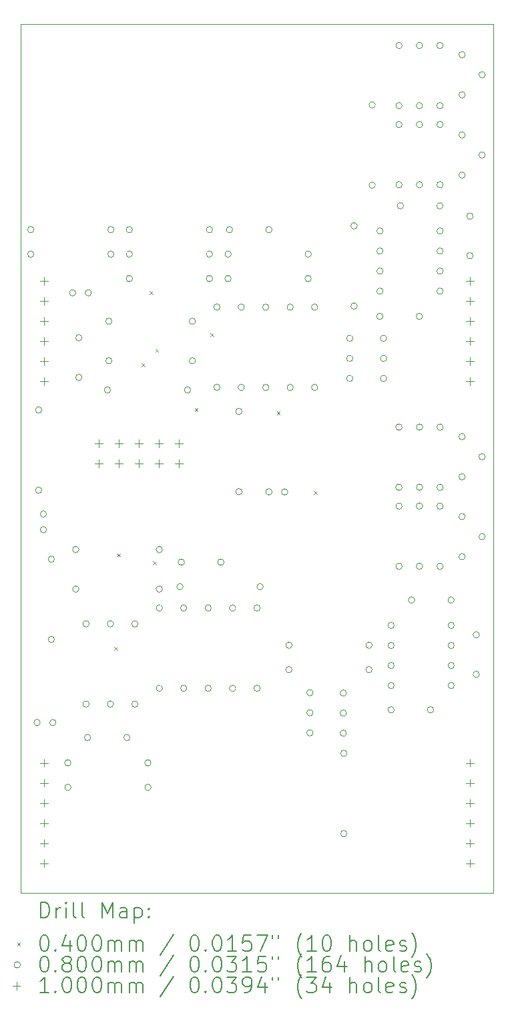
<source format=gbr>
%TF.GenerationSoftware,KiCad,Pcbnew,6.0.10+dfsg-1~bpo11+1*%
%TF.CreationDate,Date%
%TF.ProjectId,MS20-VCF,4d533230-2d56-4434-962e-6b696361645f,rev?*%
%TF.SameCoordinates,Original*%
%TF.FileFunction,Drillmap*%
%TF.FilePolarity,Positive*%
%FSLAX45Y45*%
G04 Gerber Fmt 4.5, Leading zero omitted, Abs format (unit mm)*
G04 Created by KiCad*
%MOMM*%
%LPD*%
G01*
G04 APERTURE LIST*
%ADD10C,0.050000*%
%ADD11C,0.200000*%
%ADD12C,0.040000*%
%ADD13C,0.080000*%
%ADD14C,0.100000*%
G04 APERTURE END LIST*
D10*
X9000000Y-3650000D02*
X9000000Y-14650000D01*
X3000000Y-3650000D02*
X9000000Y-3650000D01*
X3000000Y-3650000D02*
X3000000Y-14650000D01*
X3000000Y-14650000D02*
X9000000Y-14650000D01*
D11*
D12*
X4190000Y-11530000D02*
X4230000Y-11570000D01*
X4230000Y-11530000D02*
X4190000Y-11570000D01*
X4220000Y-10350000D02*
X4260000Y-10390000D01*
X4260000Y-10350000D02*
X4220000Y-10390000D01*
X4534027Y-7941703D02*
X4574027Y-7981703D01*
X4574027Y-7941703D02*
X4534027Y-7981703D01*
X4640000Y-7030000D02*
X4680000Y-7070000D01*
X4680000Y-7030000D02*
X4640000Y-7070000D01*
X4680000Y-10450000D02*
X4720000Y-10490000D01*
X4720000Y-10450000D02*
X4680000Y-10490000D01*
X4710000Y-7760000D02*
X4750000Y-7800000D01*
X4750000Y-7760000D02*
X4710000Y-7800000D01*
X5210000Y-8510000D02*
X5250000Y-8550000D01*
X5250000Y-8510000D02*
X5210000Y-8550000D01*
X5410000Y-7560000D02*
X5450000Y-7600000D01*
X5450000Y-7560000D02*
X5410000Y-7600000D01*
X6250000Y-8550000D02*
X6290000Y-8590000D01*
X6290000Y-8550000D02*
X6250000Y-8590000D01*
X6720000Y-9560000D02*
X6760000Y-9600000D01*
X6760000Y-9560000D02*
X6720000Y-9600000D01*
D13*
X3170000Y-6250000D02*
G75*
G03*
X3170000Y-6250000I-40000J0D01*
G01*
X3170000Y-6560000D02*
G75*
G03*
X3170000Y-6560000I-40000J0D01*
G01*
X3250000Y-12490000D02*
G75*
G03*
X3250000Y-12490000I-40000J0D01*
G01*
X3270000Y-8532000D02*
G75*
G03*
X3270000Y-8532000I-40000J0D01*
G01*
X3270000Y-9548000D02*
G75*
G03*
X3270000Y-9548000I-40000J0D01*
G01*
X3330000Y-9850000D02*
G75*
G03*
X3330000Y-9850000I-40000J0D01*
G01*
X3330000Y-10050000D02*
G75*
G03*
X3330000Y-10050000I-40000J0D01*
G01*
X3430000Y-10422000D02*
G75*
G03*
X3430000Y-10422000I-40000J0D01*
G01*
X3430000Y-11438000D02*
G75*
G03*
X3430000Y-11438000I-40000J0D01*
G01*
X3450000Y-12490000D02*
G75*
G03*
X3450000Y-12490000I-40000J0D01*
G01*
X3640000Y-13000000D02*
G75*
G03*
X3640000Y-13000000I-40000J0D01*
G01*
X3640000Y-13310000D02*
G75*
G03*
X3640000Y-13310000I-40000J0D01*
G01*
X3700000Y-7050000D02*
G75*
G03*
X3700000Y-7050000I-40000J0D01*
G01*
X3740000Y-10300000D02*
G75*
G03*
X3740000Y-10300000I-40000J0D01*
G01*
X3740000Y-10800000D02*
G75*
G03*
X3740000Y-10800000I-40000J0D01*
G01*
X3780000Y-7620000D02*
G75*
G03*
X3780000Y-7620000I-40000J0D01*
G01*
X3780000Y-8120000D02*
G75*
G03*
X3780000Y-8120000I-40000J0D01*
G01*
X3870000Y-11240000D02*
G75*
G03*
X3870000Y-11240000I-40000J0D01*
G01*
X3870000Y-12256000D02*
G75*
G03*
X3870000Y-12256000I-40000J0D01*
G01*
X3890000Y-12680000D02*
G75*
G03*
X3890000Y-12680000I-40000J0D01*
G01*
X3900000Y-7050000D02*
G75*
G03*
X3900000Y-7050000I-40000J0D01*
G01*
X4142000Y-8280000D02*
G75*
G03*
X4142000Y-8280000I-40000J0D01*
G01*
X4160000Y-7410000D02*
G75*
G03*
X4160000Y-7410000I-40000J0D01*
G01*
X4160000Y-7910000D02*
G75*
G03*
X4160000Y-7910000I-40000J0D01*
G01*
X4180000Y-11240000D02*
G75*
G03*
X4180000Y-11240000I-40000J0D01*
G01*
X4180000Y-12256000D02*
G75*
G03*
X4180000Y-12256000I-40000J0D01*
G01*
X4186000Y-6250000D02*
G75*
G03*
X4186000Y-6250000I-40000J0D01*
G01*
X4186000Y-6560000D02*
G75*
G03*
X4186000Y-6560000I-40000J0D01*
G01*
X4390000Y-12680000D02*
G75*
G03*
X4390000Y-12680000I-40000J0D01*
G01*
X4420000Y-6250000D02*
G75*
G03*
X4420000Y-6250000I-40000J0D01*
G01*
X4420000Y-6560000D02*
G75*
G03*
X4420000Y-6560000I-40000J0D01*
G01*
X4420000Y-6870000D02*
G75*
G03*
X4420000Y-6870000I-40000J0D01*
G01*
X4490000Y-11240000D02*
G75*
G03*
X4490000Y-11240000I-40000J0D01*
G01*
X4490000Y-12256000D02*
G75*
G03*
X4490000Y-12256000I-40000J0D01*
G01*
X4656000Y-13000000D02*
G75*
G03*
X4656000Y-13000000I-40000J0D01*
G01*
X4656000Y-13310000D02*
G75*
G03*
X4656000Y-13310000I-40000J0D01*
G01*
X4800000Y-10300000D02*
G75*
G03*
X4800000Y-10300000I-40000J0D01*
G01*
X4800000Y-10800000D02*
G75*
G03*
X4800000Y-10800000I-40000J0D01*
G01*
X4800000Y-11040000D02*
G75*
G03*
X4800000Y-11040000I-40000J0D01*
G01*
X4800000Y-12056000D02*
G75*
G03*
X4800000Y-12056000I-40000J0D01*
G01*
X5062000Y-10770000D02*
G75*
G03*
X5062000Y-10770000I-40000J0D01*
G01*
X5080000Y-10460000D02*
G75*
G03*
X5080000Y-10460000I-40000J0D01*
G01*
X5110000Y-11040000D02*
G75*
G03*
X5110000Y-11040000I-40000J0D01*
G01*
X5110000Y-12056000D02*
G75*
G03*
X5110000Y-12056000I-40000J0D01*
G01*
X5158000Y-8280000D02*
G75*
G03*
X5158000Y-8280000I-40000J0D01*
G01*
X5220000Y-7410000D02*
G75*
G03*
X5220000Y-7410000I-40000J0D01*
G01*
X5220000Y-7910000D02*
G75*
G03*
X5220000Y-7910000I-40000J0D01*
G01*
X5420000Y-11040000D02*
G75*
G03*
X5420000Y-11040000I-40000J0D01*
G01*
X5420000Y-12056000D02*
G75*
G03*
X5420000Y-12056000I-40000J0D01*
G01*
X5436000Y-6250000D02*
G75*
G03*
X5436000Y-6250000I-40000J0D01*
G01*
X5436000Y-6560000D02*
G75*
G03*
X5436000Y-6560000I-40000J0D01*
G01*
X5436000Y-6870000D02*
G75*
G03*
X5436000Y-6870000I-40000J0D01*
G01*
X5530000Y-7230000D02*
G75*
G03*
X5530000Y-7230000I-40000J0D01*
G01*
X5530000Y-8246000D02*
G75*
G03*
X5530000Y-8246000I-40000J0D01*
G01*
X5580000Y-10460000D02*
G75*
G03*
X5580000Y-10460000I-40000J0D01*
G01*
X5672000Y-6560000D02*
G75*
G03*
X5672000Y-6560000I-40000J0D01*
G01*
X5672000Y-6870000D02*
G75*
G03*
X5672000Y-6870000I-40000J0D01*
G01*
X5690000Y-6250000D02*
G75*
G03*
X5690000Y-6250000I-40000J0D01*
G01*
X5730000Y-11040000D02*
G75*
G03*
X5730000Y-11040000I-40000J0D01*
G01*
X5730000Y-12056000D02*
G75*
G03*
X5730000Y-12056000I-40000J0D01*
G01*
X5810000Y-8552000D02*
G75*
G03*
X5810000Y-8552000I-40000J0D01*
G01*
X5810000Y-9568000D02*
G75*
G03*
X5810000Y-9568000I-40000J0D01*
G01*
X5840000Y-7230000D02*
G75*
G03*
X5840000Y-7230000I-40000J0D01*
G01*
X5840000Y-8246000D02*
G75*
G03*
X5840000Y-8246000I-40000J0D01*
G01*
X6040000Y-11040000D02*
G75*
G03*
X6040000Y-11040000I-40000J0D01*
G01*
X6040000Y-12056000D02*
G75*
G03*
X6040000Y-12056000I-40000J0D01*
G01*
X6078000Y-10770000D02*
G75*
G03*
X6078000Y-10770000I-40000J0D01*
G01*
X6150000Y-7232000D02*
G75*
G03*
X6150000Y-7232000I-40000J0D01*
G01*
X6150000Y-8248000D02*
G75*
G03*
X6150000Y-8248000I-40000J0D01*
G01*
X6190000Y-6250000D02*
G75*
G03*
X6190000Y-6250000I-40000J0D01*
G01*
X6190000Y-9570000D02*
G75*
G03*
X6190000Y-9570000I-40000J0D01*
G01*
X6390000Y-9570000D02*
G75*
G03*
X6390000Y-9570000I-40000J0D01*
G01*
X6444000Y-11510000D02*
G75*
G03*
X6444000Y-11510000I-40000J0D01*
G01*
X6444000Y-11820000D02*
G75*
G03*
X6444000Y-11820000I-40000J0D01*
G01*
X6460000Y-7232000D02*
G75*
G03*
X6460000Y-7232000I-40000J0D01*
G01*
X6460000Y-8248000D02*
G75*
G03*
X6460000Y-8248000I-40000J0D01*
G01*
X6688000Y-6560000D02*
G75*
G03*
X6688000Y-6560000I-40000J0D01*
G01*
X6688000Y-6870000D02*
G75*
G03*
X6688000Y-6870000I-40000J0D01*
G01*
X6710000Y-12112000D02*
G75*
G03*
X6710000Y-12112000I-40000J0D01*
G01*
X6710000Y-12366000D02*
G75*
G03*
X6710000Y-12366000I-40000J0D01*
G01*
X6710000Y-12620000D02*
G75*
G03*
X6710000Y-12620000I-40000J0D01*
G01*
X6770000Y-7232000D02*
G75*
G03*
X6770000Y-7232000I-40000J0D01*
G01*
X6770000Y-8248000D02*
G75*
G03*
X6770000Y-8248000I-40000J0D01*
G01*
X7134000Y-12116000D02*
G75*
G03*
X7134000Y-12116000I-40000J0D01*
G01*
X7134000Y-12370000D02*
G75*
G03*
X7134000Y-12370000I-40000J0D01*
G01*
X7134000Y-12624000D02*
G75*
G03*
X7134000Y-12624000I-40000J0D01*
G01*
X7140000Y-12880000D02*
G75*
G03*
X7140000Y-12880000I-40000J0D01*
G01*
X7140000Y-13896000D02*
G75*
G03*
X7140000Y-13896000I-40000J0D01*
G01*
X7216000Y-7626000D02*
G75*
G03*
X7216000Y-7626000I-40000J0D01*
G01*
X7216000Y-7880000D02*
G75*
G03*
X7216000Y-7880000I-40000J0D01*
G01*
X7216000Y-8134000D02*
G75*
G03*
X7216000Y-8134000I-40000J0D01*
G01*
X7270000Y-6202000D02*
G75*
G03*
X7270000Y-6202000I-40000J0D01*
G01*
X7270000Y-7218000D02*
G75*
G03*
X7270000Y-7218000I-40000J0D01*
G01*
X7460000Y-11510000D02*
G75*
G03*
X7460000Y-11510000I-40000J0D01*
G01*
X7460000Y-11820000D02*
G75*
G03*
X7460000Y-11820000I-40000J0D01*
G01*
X7500000Y-4672000D02*
G75*
G03*
X7500000Y-4672000I-40000J0D01*
G01*
X7500000Y-5688000D02*
G75*
G03*
X7500000Y-5688000I-40000J0D01*
G01*
X7598000Y-6268000D02*
G75*
G03*
X7598000Y-6268000I-40000J0D01*
G01*
X7598000Y-6522000D02*
G75*
G03*
X7598000Y-6522000I-40000J0D01*
G01*
X7598000Y-6776000D02*
G75*
G03*
X7598000Y-6776000I-40000J0D01*
G01*
X7598000Y-7030000D02*
G75*
G03*
X7598000Y-7030000I-40000J0D01*
G01*
X7598000Y-7348000D02*
G75*
G03*
X7598000Y-7348000I-40000J0D01*
G01*
X7644000Y-7626000D02*
G75*
G03*
X7644000Y-7626000I-40000J0D01*
G01*
X7644000Y-7880000D02*
G75*
G03*
X7644000Y-7880000I-40000J0D01*
G01*
X7644000Y-8134000D02*
G75*
G03*
X7644000Y-8134000I-40000J0D01*
G01*
X7740000Y-11260000D02*
G75*
G03*
X7740000Y-11260000I-40000J0D01*
G01*
X7740000Y-11514000D02*
G75*
G03*
X7740000Y-11514000I-40000J0D01*
G01*
X7740000Y-11768000D02*
G75*
G03*
X7740000Y-11768000I-40000J0D01*
G01*
X7740000Y-12022000D02*
G75*
G03*
X7740000Y-12022000I-40000J0D01*
G01*
X7740000Y-12330000D02*
G75*
G03*
X7740000Y-12330000I-40000J0D01*
G01*
X7840000Y-3919000D02*
G75*
G03*
X7840000Y-3919000I-40000J0D01*
G01*
X7840000Y-4681000D02*
G75*
G03*
X7840000Y-4681000I-40000J0D01*
G01*
X7840000Y-4920000D02*
G75*
G03*
X7840000Y-4920000I-40000J0D01*
G01*
X7840000Y-5682000D02*
G75*
G03*
X7840000Y-5682000I-40000J0D01*
G01*
X7840000Y-8750000D02*
G75*
G03*
X7840000Y-8750000I-40000J0D01*
G01*
X7840000Y-9512000D02*
G75*
G03*
X7840000Y-9512000I-40000J0D01*
G01*
X7840000Y-9750000D02*
G75*
G03*
X7840000Y-9750000I-40000J0D01*
G01*
X7840000Y-10512000D02*
G75*
G03*
X7840000Y-10512000I-40000J0D01*
G01*
X7858000Y-5948000D02*
G75*
G03*
X7858000Y-5948000I-40000J0D01*
G01*
X8000000Y-10940000D02*
G75*
G03*
X8000000Y-10940000I-40000J0D01*
G01*
X8098000Y-7348000D02*
G75*
G03*
X8098000Y-7348000I-40000J0D01*
G01*
X8100000Y-3919000D02*
G75*
G03*
X8100000Y-3919000I-40000J0D01*
G01*
X8100000Y-4681000D02*
G75*
G03*
X8100000Y-4681000I-40000J0D01*
G01*
X8100000Y-4920000D02*
G75*
G03*
X8100000Y-4920000I-40000J0D01*
G01*
X8100000Y-5682000D02*
G75*
G03*
X8100000Y-5682000I-40000J0D01*
G01*
X8100000Y-8750000D02*
G75*
G03*
X8100000Y-8750000I-40000J0D01*
G01*
X8100000Y-9512000D02*
G75*
G03*
X8100000Y-9512000I-40000J0D01*
G01*
X8100000Y-9750000D02*
G75*
G03*
X8100000Y-9750000I-40000J0D01*
G01*
X8100000Y-10512000D02*
G75*
G03*
X8100000Y-10512000I-40000J0D01*
G01*
X8240000Y-12330000D02*
G75*
G03*
X8240000Y-12330000I-40000J0D01*
G01*
X8358000Y-5948000D02*
G75*
G03*
X8358000Y-5948000I-40000J0D01*
G01*
X8360000Y-3919000D02*
G75*
G03*
X8360000Y-3919000I-40000J0D01*
G01*
X8360000Y-4681000D02*
G75*
G03*
X8360000Y-4681000I-40000J0D01*
G01*
X8360000Y-4920000D02*
G75*
G03*
X8360000Y-4920000I-40000J0D01*
G01*
X8360000Y-5682000D02*
G75*
G03*
X8360000Y-5682000I-40000J0D01*
G01*
X8360000Y-6268000D02*
G75*
G03*
X8360000Y-6268000I-40000J0D01*
G01*
X8360000Y-6522000D02*
G75*
G03*
X8360000Y-6522000I-40000J0D01*
G01*
X8360000Y-6776000D02*
G75*
G03*
X8360000Y-6776000I-40000J0D01*
G01*
X8360000Y-7030000D02*
G75*
G03*
X8360000Y-7030000I-40000J0D01*
G01*
X8360000Y-8750000D02*
G75*
G03*
X8360000Y-8750000I-40000J0D01*
G01*
X8360000Y-9512000D02*
G75*
G03*
X8360000Y-9512000I-40000J0D01*
G01*
X8360000Y-9750000D02*
G75*
G03*
X8360000Y-9750000I-40000J0D01*
G01*
X8360000Y-10512000D02*
G75*
G03*
X8360000Y-10512000I-40000J0D01*
G01*
X8500000Y-10940000D02*
G75*
G03*
X8500000Y-10940000I-40000J0D01*
G01*
X8502000Y-11260000D02*
G75*
G03*
X8502000Y-11260000I-40000J0D01*
G01*
X8502000Y-11514000D02*
G75*
G03*
X8502000Y-11514000I-40000J0D01*
G01*
X8502000Y-11768000D02*
G75*
G03*
X8502000Y-11768000I-40000J0D01*
G01*
X8502000Y-12022000D02*
G75*
G03*
X8502000Y-12022000I-40000J0D01*
G01*
X8640000Y-4036000D02*
G75*
G03*
X8640000Y-4036000I-40000J0D01*
G01*
X8640000Y-4544000D02*
G75*
G03*
X8640000Y-4544000I-40000J0D01*
G01*
X8640000Y-5051000D02*
G75*
G03*
X8640000Y-5051000I-40000J0D01*
G01*
X8640000Y-5559000D02*
G75*
G03*
X8640000Y-5559000I-40000J0D01*
G01*
X8640000Y-8871000D02*
G75*
G03*
X8640000Y-8871000I-40000J0D01*
G01*
X8640000Y-9379000D02*
G75*
G03*
X8640000Y-9379000I-40000J0D01*
G01*
X8640000Y-9882000D02*
G75*
G03*
X8640000Y-9882000I-40000J0D01*
G01*
X8640000Y-10390000D02*
G75*
G03*
X8640000Y-10390000I-40000J0D01*
G01*
X8740000Y-6080000D02*
G75*
G03*
X8740000Y-6080000I-40000J0D01*
G01*
X8740000Y-6580000D02*
G75*
G03*
X8740000Y-6580000I-40000J0D01*
G01*
X8820000Y-11380000D02*
G75*
G03*
X8820000Y-11380000I-40000J0D01*
G01*
X8820000Y-11880000D02*
G75*
G03*
X8820000Y-11880000I-40000J0D01*
G01*
X8894000Y-4290000D02*
G75*
G03*
X8894000Y-4290000I-40000J0D01*
G01*
X8894000Y-5305000D02*
G75*
G03*
X8894000Y-5305000I-40000J0D01*
G01*
X8894000Y-9125000D02*
G75*
G03*
X8894000Y-9125000I-40000J0D01*
G01*
X8894000Y-10136000D02*
G75*
G03*
X8894000Y-10136000I-40000J0D01*
G01*
D14*
X3300000Y-6850000D02*
X3300000Y-6950000D01*
X3250000Y-6900000D02*
X3350000Y-6900000D01*
X3300000Y-7104000D02*
X3300000Y-7204000D01*
X3250000Y-7154000D02*
X3350000Y-7154000D01*
X3300000Y-7358000D02*
X3300000Y-7458000D01*
X3250000Y-7408000D02*
X3350000Y-7408000D01*
X3300000Y-7612000D02*
X3300000Y-7712000D01*
X3250000Y-7662000D02*
X3350000Y-7662000D01*
X3300000Y-7866000D02*
X3300000Y-7966000D01*
X3250000Y-7916000D02*
X3350000Y-7916000D01*
X3300000Y-8120000D02*
X3300000Y-8220000D01*
X3250000Y-8170000D02*
X3350000Y-8170000D01*
X3300000Y-12950000D02*
X3300000Y-13050000D01*
X3250000Y-13000000D02*
X3350000Y-13000000D01*
X3300000Y-13204000D02*
X3300000Y-13304000D01*
X3250000Y-13254000D02*
X3350000Y-13254000D01*
X3300000Y-13458000D02*
X3300000Y-13558000D01*
X3250000Y-13508000D02*
X3350000Y-13508000D01*
X3300000Y-13712000D02*
X3300000Y-13812000D01*
X3250000Y-13762000D02*
X3350000Y-13762000D01*
X3300000Y-13966000D02*
X3300000Y-14066000D01*
X3250000Y-14016000D02*
X3350000Y-14016000D01*
X3300000Y-14220000D02*
X3300000Y-14320000D01*
X3250000Y-14270000D02*
X3350000Y-14270000D01*
X3992000Y-8906000D02*
X3992000Y-9006000D01*
X3942000Y-8956000D02*
X4042000Y-8956000D01*
X3992000Y-9160000D02*
X3992000Y-9260000D01*
X3942000Y-9210000D02*
X4042000Y-9210000D01*
X4246000Y-8906000D02*
X4246000Y-9006000D01*
X4196000Y-8956000D02*
X4296000Y-8956000D01*
X4246000Y-9160000D02*
X4246000Y-9260000D01*
X4196000Y-9210000D02*
X4296000Y-9210000D01*
X4500000Y-8906000D02*
X4500000Y-9006000D01*
X4450000Y-8956000D02*
X4550000Y-8956000D01*
X4500000Y-9160000D02*
X4500000Y-9260000D01*
X4450000Y-9210000D02*
X4550000Y-9210000D01*
X4754000Y-8906000D02*
X4754000Y-9006000D01*
X4704000Y-8956000D02*
X4804000Y-8956000D01*
X4754000Y-9160000D02*
X4754000Y-9260000D01*
X4704000Y-9210000D02*
X4804000Y-9210000D01*
X5008000Y-8906000D02*
X5008000Y-9006000D01*
X4958000Y-8956000D02*
X5058000Y-8956000D01*
X5008000Y-9160000D02*
X5008000Y-9260000D01*
X4958000Y-9210000D02*
X5058000Y-9210000D01*
X8700000Y-6850000D02*
X8700000Y-6950000D01*
X8650000Y-6900000D02*
X8750000Y-6900000D01*
X8700000Y-7104000D02*
X8700000Y-7204000D01*
X8650000Y-7154000D02*
X8750000Y-7154000D01*
X8700000Y-7358000D02*
X8700000Y-7458000D01*
X8650000Y-7408000D02*
X8750000Y-7408000D01*
X8700000Y-7612000D02*
X8700000Y-7712000D01*
X8650000Y-7662000D02*
X8750000Y-7662000D01*
X8700000Y-7866000D02*
X8700000Y-7966000D01*
X8650000Y-7916000D02*
X8750000Y-7916000D01*
X8700000Y-8120000D02*
X8700000Y-8220000D01*
X8650000Y-8170000D02*
X8750000Y-8170000D01*
X8700000Y-12950000D02*
X8700000Y-13050000D01*
X8650000Y-13000000D02*
X8750000Y-13000000D01*
X8700000Y-13204000D02*
X8700000Y-13304000D01*
X8650000Y-13254000D02*
X8750000Y-13254000D01*
X8700000Y-13458000D02*
X8700000Y-13558000D01*
X8650000Y-13508000D02*
X8750000Y-13508000D01*
X8700000Y-13712000D02*
X8700000Y-13812000D01*
X8650000Y-13762000D02*
X8750000Y-13762000D01*
X8700000Y-13966000D02*
X8700000Y-14066000D01*
X8650000Y-14016000D02*
X8750000Y-14016000D01*
X8700000Y-14220000D02*
X8700000Y-14320000D01*
X8650000Y-14270000D02*
X8750000Y-14270000D01*
D11*
X3255119Y-14962976D02*
X3255119Y-14762976D01*
X3302738Y-14762976D01*
X3331309Y-14772500D01*
X3350357Y-14791548D01*
X3359881Y-14810595D01*
X3369405Y-14848690D01*
X3369405Y-14877262D01*
X3359881Y-14915357D01*
X3350357Y-14934405D01*
X3331309Y-14953452D01*
X3302738Y-14962976D01*
X3255119Y-14962976D01*
X3455119Y-14962976D02*
X3455119Y-14829643D01*
X3455119Y-14867738D02*
X3464643Y-14848690D01*
X3474167Y-14839167D01*
X3493214Y-14829643D01*
X3512262Y-14829643D01*
X3578928Y-14962976D02*
X3578928Y-14829643D01*
X3578928Y-14762976D02*
X3569405Y-14772500D01*
X3578928Y-14782024D01*
X3588452Y-14772500D01*
X3578928Y-14762976D01*
X3578928Y-14782024D01*
X3702738Y-14962976D02*
X3683690Y-14953452D01*
X3674167Y-14934405D01*
X3674167Y-14762976D01*
X3807500Y-14962976D02*
X3788452Y-14953452D01*
X3778928Y-14934405D01*
X3778928Y-14762976D01*
X4036071Y-14962976D02*
X4036071Y-14762976D01*
X4102738Y-14905833D01*
X4169405Y-14762976D01*
X4169405Y-14962976D01*
X4350357Y-14962976D02*
X4350357Y-14858214D01*
X4340833Y-14839167D01*
X4321786Y-14829643D01*
X4283690Y-14829643D01*
X4264643Y-14839167D01*
X4350357Y-14953452D02*
X4331310Y-14962976D01*
X4283690Y-14962976D01*
X4264643Y-14953452D01*
X4255119Y-14934405D01*
X4255119Y-14915357D01*
X4264643Y-14896309D01*
X4283690Y-14886786D01*
X4331310Y-14886786D01*
X4350357Y-14877262D01*
X4445595Y-14829643D02*
X4445595Y-15029643D01*
X4445595Y-14839167D02*
X4464643Y-14829643D01*
X4502738Y-14829643D01*
X4521786Y-14839167D01*
X4531310Y-14848690D01*
X4540833Y-14867738D01*
X4540833Y-14924881D01*
X4531310Y-14943928D01*
X4521786Y-14953452D01*
X4502738Y-14962976D01*
X4464643Y-14962976D01*
X4445595Y-14953452D01*
X4626548Y-14943928D02*
X4636071Y-14953452D01*
X4626548Y-14962976D01*
X4617024Y-14953452D01*
X4626548Y-14943928D01*
X4626548Y-14962976D01*
X4626548Y-14839167D02*
X4636071Y-14848690D01*
X4626548Y-14858214D01*
X4617024Y-14848690D01*
X4626548Y-14839167D01*
X4626548Y-14858214D01*
D12*
X2957500Y-15272500D02*
X2997500Y-15312500D01*
X2997500Y-15272500D02*
X2957500Y-15312500D01*
D11*
X3293214Y-15182976D02*
X3312262Y-15182976D01*
X3331309Y-15192500D01*
X3340833Y-15202024D01*
X3350357Y-15221071D01*
X3359881Y-15259167D01*
X3359881Y-15306786D01*
X3350357Y-15344881D01*
X3340833Y-15363928D01*
X3331309Y-15373452D01*
X3312262Y-15382976D01*
X3293214Y-15382976D01*
X3274167Y-15373452D01*
X3264643Y-15363928D01*
X3255119Y-15344881D01*
X3245595Y-15306786D01*
X3245595Y-15259167D01*
X3255119Y-15221071D01*
X3264643Y-15202024D01*
X3274167Y-15192500D01*
X3293214Y-15182976D01*
X3445595Y-15363928D02*
X3455119Y-15373452D01*
X3445595Y-15382976D01*
X3436071Y-15373452D01*
X3445595Y-15363928D01*
X3445595Y-15382976D01*
X3626548Y-15249643D02*
X3626548Y-15382976D01*
X3578928Y-15173452D02*
X3531309Y-15316309D01*
X3655119Y-15316309D01*
X3769405Y-15182976D02*
X3788452Y-15182976D01*
X3807500Y-15192500D01*
X3817024Y-15202024D01*
X3826548Y-15221071D01*
X3836071Y-15259167D01*
X3836071Y-15306786D01*
X3826548Y-15344881D01*
X3817024Y-15363928D01*
X3807500Y-15373452D01*
X3788452Y-15382976D01*
X3769405Y-15382976D01*
X3750357Y-15373452D01*
X3740833Y-15363928D01*
X3731309Y-15344881D01*
X3721786Y-15306786D01*
X3721786Y-15259167D01*
X3731309Y-15221071D01*
X3740833Y-15202024D01*
X3750357Y-15192500D01*
X3769405Y-15182976D01*
X3959881Y-15182976D02*
X3978928Y-15182976D01*
X3997976Y-15192500D01*
X4007500Y-15202024D01*
X4017024Y-15221071D01*
X4026548Y-15259167D01*
X4026548Y-15306786D01*
X4017024Y-15344881D01*
X4007500Y-15363928D01*
X3997976Y-15373452D01*
X3978928Y-15382976D01*
X3959881Y-15382976D01*
X3940833Y-15373452D01*
X3931309Y-15363928D01*
X3921786Y-15344881D01*
X3912262Y-15306786D01*
X3912262Y-15259167D01*
X3921786Y-15221071D01*
X3931309Y-15202024D01*
X3940833Y-15192500D01*
X3959881Y-15182976D01*
X4112262Y-15382976D02*
X4112262Y-15249643D01*
X4112262Y-15268690D02*
X4121786Y-15259167D01*
X4140833Y-15249643D01*
X4169405Y-15249643D01*
X4188452Y-15259167D01*
X4197976Y-15278214D01*
X4197976Y-15382976D01*
X4197976Y-15278214D02*
X4207500Y-15259167D01*
X4226548Y-15249643D01*
X4255119Y-15249643D01*
X4274167Y-15259167D01*
X4283690Y-15278214D01*
X4283690Y-15382976D01*
X4378929Y-15382976D02*
X4378929Y-15249643D01*
X4378929Y-15268690D02*
X4388452Y-15259167D01*
X4407500Y-15249643D01*
X4436071Y-15249643D01*
X4455119Y-15259167D01*
X4464643Y-15278214D01*
X4464643Y-15382976D01*
X4464643Y-15278214D02*
X4474167Y-15259167D01*
X4493214Y-15249643D01*
X4521786Y-15249643D01*
X4540833Y-15259167D01*
X4550357Y-15278214D01*
X4550357Y-15382976D01*
X4940833Y-15173452D02*
X4769405Y-15430595D01*
X5197976Y-15182976D02*
X5217024Y-15182976D01*
X5236071Y-15192500D01*
X5245595Y-15202024D01*
X5255119Y-15221071D01*
X5264643Y-15259167D01*
X5264643Y-15306786D01*
X5255119Y-15344881D01*
X5245595Y-15363928D01*
X5236071Y-15373452D01*
X5217024Y-15382976D01*
X5197976Y-15382976D01*
X5178929Y-15373452D01*
X5169405Y-15363928D01*
X5159881Y-15344881D01*
X5150357Y-15306786D01*
X5150357Y-15259167D01*
X5159881Y-15221071D01*
X5169405Y-15202024D01*
X5178929Y-15192500D01*
X5197976Y-15182976D01*
X5350357Y-15363928D02*
X5359881Y-15373452D01*
X5350357Y-15382976D01*
X5340833Y-15373452D01*
X5350357Y-15363928D01*
X5350357Y-15382976D01*
X5483690Y-15182976D02*
X5502738Y-15182976D01*
X5521786Y-15192500D01*
X5531310Y-15202024D01*
X5540833Y-15221071D01*
X5550357Y-15259167D01*
X5550357Y-15306786D01*
X5540833Y-15344881D01*
X5531310Y-15363928D01*
X5521786Y-15373452D01*
X5502738Y-15382976D01*
X5483690Y-15382976D01*
X5464643Y-15373452D01*
X5455119Y-15363928D01*
X5445595Y-15344881D01*
X5436071Y-15306786D01*
X5436071Y-15259167D01*
X5445595Y-15221071D01*
X5455119Y-15202024D01*
X5464643Y-15192500D01*
X5483690Y-15182976D01*
X5740833Y-15382976D02*
X5626548Y-15382976D01*
X5683690Y-15382976D02*
X5683690Y-15182976D01*
X5664643Y-15211548D01*
X5645595Y-15230595D01*
X5626548Y-15240119D01*
X5921786Y-15182976D02*
X5826548Y-15182976D01*
X5817024Y-15278214D01*
X5826548Y-15268690D01*
X5845595Y-15259167D01*
X5893214Y-15259167D01*
X5912262Y-15268690D01*
X5921786Y-15278214D01*
X5931309Y-15297262D01*
X5931309Y-15344881D01*
X5921786Y-15363928D01*
X5912262Y-15373452D01*
X5893214Y-15382976D01*
X5845595Y-15382976D01*
X5826548Y-15373452D01*
X5817024Y-15363928D01*
X5997976Y-15182976D02*
X6131309Y-15182976D01*
X6045595Y-15382976D01*
X6197976Y-15182976D02*
X6197976Y-15221071D01*
X6274167Y-15182976D02*
X6274167Y-15221071D01*
X6569405Y-15459167D02*
X6559881Y-15449643D01*
X6540833Y-15421071D01*
X6531309Y-15402024D01*
X6521786Y-15373452D01*
X6512262Y-15325833D01*
X6512262Y-15287738D01*
X6521786Y-15240119D01*
X6531309Y-15211548D01*
X6540833Y-15192500D01*
X6559881Y-15163928D01*
X6569405Y-15154405D01*
X6750357Y-15382976D02*
X6636071Y-15382976D01*
X6693214Y-15382976D02*
X6693214Y-15182976D01*
X6674167Y-15211548D01*
X6655119Y-15230595D01*
X6636071Y-15240119D01*
X6874167Y-15182976D02*
X6893214Y-15182976D01*
X6912262Y-15192500D01*
X6921786Y-15202024D01*
X6931309Y-15221071D01*
X6940833Y-15259167D01*
X6940833Y-15306786D01*
X6931309Y-15344881D01*
X6921786Y-15363928D01*
X6912262Y-15373452D01*
X6893214Y-15382976D01*
X6874167Y-15382976D01*
X6855119Y-15373452D01*
X6845595Y-15363928D01*
X6836071Y-15344881D01*
X6826548Y-15306786D01*
X6826548Y-15259167D01*
X6836071Y-15221071D01*
X6845595Y-15202024D01*
X6855119Y-15192500D01*
X6874167Y-15182976D01*
X7178928Y-15382976D02*
X7178928Y-15182976D01*
X7264643Y-15382976D02*
X7264643Y-15278214D01*
X7255119Y-15259167D01*
X7236071Y-15249643D01*
X7207500Y-15249643D01*
X7188452Y-15259167D01*
X7178928Y-15268690D01*
X7388452Y-15382976D02*
X7369405Y-15373452D01*
X7359881Y-15363928D01*
X7350357Y-15344881D01*
X7350357Y-15287738D01*
X7359881Y-15268690D01*
X7369405Y-15259167D01*
X7388452Y-15249643D01*
X7417024Y-15249643D01*
X7436071Y-15259167D01*
X7445595Y-15268690D01*
X7455119Y-15287738D01*
X7455119Y-15344881D01*
X7445595Y-15363928D01*
X7436071Y-15373452D01*
X7417024Y-15382976D01*
X7388452Y-15382976D01*
X7569405Y-15382976D02*
X7550357Y-15373452D01*
X7540833Y-15354405D01*
X7540833Y-15182976D01*
X7721786Y-15373452D02*
X7702738Y-15382976D01*
X7664643Y-15382976D01*
X7645595Y-15373452D01*
X7636071Y-15354405D01*
X7636071Y-15278214D01*
X7645595Y-15259167D01*
X7664643Y-15249643D01*
X7702738Y-15249643D01*
X7721786Y-15259167D01*
X7731309Y-15278214D01*
X7731309Y-15297262D01*
X7636071Y-15316309D01*
X7807500Y-15373452D02*
X7826548Y-15382976D01*
X7864643Y-15382976D01*
X7883690Y-15373452D01*
X7893214Y-15354405D01*
X7893214Y-15344881D01*
X7883690Y-15325833D01*
X7864643Y-15316309D01*
X7836071Y-15316309D01*
X7817024Y-15306786D01*
X7807500Y-15287738D01*
X7807500Y-15278214D01*
X7817024Y-15259167D01*
X7836071Y-15249643D01*
X7864643Y-15249643D01*
X7883690Y-15259167D01*
X7959881Y-15459167D02*
X7969405Y-15449643D01*
X7988452Y-15421071D01*
X7997976Y-15402024D01*
X8007500Y-15373452D01*
X8017024Y-15325833D01*
X8017024Y-15287738D01*
X8007500Y-15240119D01*
X7997976Y-15211548D01*
X7988452Y-15192500D01*
X7969405Y-15163928D01*
X7959881Y-15154405D01*
D13*
X2997500Y-15556500D02*
G75*
G03*
X2997500Y-15556500I-40000J0D01*
G01*
D11*
X3293214Y-15446976D02*
X3312262Y-15446976D01*
X3331309Y-15456500D01*
X3340833Y-15466024D01*
X3350357Y-15485071D01*
X3359881Y-15523167D01*
X3359881Y-15570786D01*
X3350357Y-15608881D01*
X3340833Y-15627928D01*
X3331309Y-15637452D01*
X3312262Y-15646976D01*
X3293214Y-15646976D01*
X3274167Y-15637452D01*
X3264643Y-15627928D01*
X3255119Y-15608881D01*
X3245595Y-15570786D01*
X3245595Y-15523167D01*
X3255119Y-15485071D01*
X3264643Y-15466024D01*
X3274167Y-15456500D01*
X3293214Y-15446976D01*
X3445595Y-15627928D02*
X3455119Y-15637452D01*
X3445595Y-15646976D01*
X3436071Y-15637452D01*
X3445595Y-15627928D01*
X3445595Y-15646976D01*
X3569405Y-15532690D02*
X3550357Y-15523167D01*
X3540833Y-15513643D01*
X3531309Y-15494595D01*
X3531309Y-15485071D01*
X3540833Y-15466024D01*
X3550357Y-15456500D01*
X3569405Y-15446976D01*
X3607500Y-15446976D01*
X3626548Y-15456500D01*
X3636071Y-15466024D01*
X3645595Y-15485071D01*
X3645595Y-15494595D01*
X3636071Y-15513643D01*
X3626548Y-15523167D01*
X3607500Y-15532690D01*
X3569405Y-15532690D01*
X3550357Y-15542214D01*
X3540833Y-15551738D01*
X3531309Y-15570786D01*
X3531309Y-15608881D01*
X3540833Y-15627928D01*
X3550357Y-15637452D01*
X3569405Y-15646976D01*
X3607500Y-15646976D01*
X3626548Y-15637452D01*
X3636071Y-15627928D01*
X3645595Y-15608881D01*
X3645595Y-15570786D01*
X3636071Y-15551738D01*
X3626548Y-15542214D01*
X3607500Y-15532690D01*
X3769405Y-15446976D02*
X3788452Y-15446976D01*
X3807500Y-15456500D01*
X3817024Y-15466024D01*
X3826548Y-15485071D01*
X3836071Y-15523167D01*
X3836071Y-15570786D01*
X3826548Y-15608881D01*
X3817024Y-15627928D01*
X3807500Y-15637452D01*
X3788452Y-15646976D01*
X3769405Y-15646976D01*
X3750357Y-15637452D01*
X3740833Y-15627928D01*
X3731309Y-15608881D01*
X3721786Y-15570786D01*
X3721786Y-15523167D01*
X3731309Y-15485071D01*
X3740833Y-15466024D01*
X3750357Y-15456500D01*
X3769405Y-15446976D01*
X3959881Y-15446976D02*
X3978928Y-15446976D01*
X3997976Y-15456500D01*
X4007500Y-15466024D01*
X4017024Y-15485071D01*
X4026548Y-15523167D01*
X4026548Y-15570786D01*
X4017024Y-15608881D01*
X4007500Y-15627928D01*
X3997976Y-15637452D01*
X3978928Y-15646976D01*
X3959881Y-15646976D01*
X3940833Y-15637452D01*
X3931309Y-15627928D01*
X3921786Y-15608881D01*
X3912262Y-15570786D01*
X3912262Y-15523167D01*
X3921786Y-15485071D01*
X3931309Y-15466024D01*
X3940833Y-15456500D01*
X3959881Y-15446976D01*
X4112262Y-15646976D02*
X4112262Y-15513643D01*
X4112262Y-15532690D02*
X4121786Y-15523167D01*
X4140833Y-15513643D01*
X4169405Y-15513643D01*
X4188452Y-15523167D01*
X4197976Y-15542214D01*
X4197976Y-15646976D01*
X4197976Y-15542214D02*
X4207500Y-15523167D01*
X4226548Y-15513643D01*
X4255119Y-15513643D01*
X4274167Y-15523167D01*
X4283690Y-15542214D01*
X4283690Y-15646976D01*
X4378929Y-15646976D02*
X4378929Y-15513643D01*
X4378929Y-15532690D02*
X4388452Y-15523167D01*
X4407500Y-15513643D01*
X4436071Y-15513643D01*
X4455119Y-15523167D01*
X4464643Y-15542214D01*
X4464643Y-15646976D01*
X4464643Y-15542214D02*
X4474167Y-15523167D01*
X4493214Y-15513643D01*
X4521786Y-15513643D01*
X4540833Y-15523167D01*
X4550357Y-15542214D01*
X4550357Y-15646976D01*
X4940833Y-15437452D02*
X4769405Y-15694595D01*
X5197976Y-15446976D02*
X5217024Y-15446976D01*
X5236071Y-15456500D01*
X5245595Y-15466024D01*
X5255119Y-15485071D01*
X5264643Y-15523167D01*
X5264643Y-15570786D01*
X5255119Y-15608881D01*
X5245595Y-15627928D01*
X5236071Y-15637452D01*
X5217024Y-15646976D01*
X5197976Y-15646976D01*
X5178929Y-15637452D01*
X5169405Y-15627928D01*
X5159881Y-15608881D01*
X5150357Y-15570786D01*
X5150357Y-15523167D01*
X5159881Y-15485071D01*
X5169405Y-15466024D01*
X5178929Y-15456500D01*
X5197976Y-15446976D01*
X5350357Y-15627928D02*
X5359881Y-15637452D01*
X5350357Y-15646976D01*
X5340833Y-15637452D01*
X5350357Y-15627928D01*
X5350357Y-15646976D01*
X5483690Y-15446976D02*
X5502738Y-15446976D01*
X5521786Y-15456500D01*
X5531310Y-15466024D01*
X5540833Y-15485071D01*
X5550357Y-15523167D01*
X5550357Y-15570786D01*
X5540833Y-15608881D01*
X5531310Y-15627928D01*
X5521786Y-15637452D01*
X5502738Y-15646976D01*
X5483690Y-15646976D01*
X5464643Y-15637452D01*
X5455119Y-15627928D01*
X5445595Y-15608881D01*
X5436071Y-15570786D01*
X5436071Y-15523167D01*
X5445595Y-15485071D01*
X5455119Y-15466024D01*
X5464643Y-15456500D01*
X5483690Y-15446976D01*
X5617024Y-15446976D02*
X5740833Y-15446976D01*
X5674167Y-15523167D01*
X5702738Y-15523167D01*
X5721786Y-15532690D01*
X5731309Y-15542214D01*
X5740833Y-15561262D01*
X5740833Y-15608881D01*
X5731309Y-15627928D01*
X5721786Y-15637452D01*
X5702738Y-15646976D01*
X5645595Y-15646976D01*
X5626548Y-15637452D01*
X5617024Y-15627928D01*
X5931309Y-15646976D02*
X5817024Y-15646976D01*
X5874167Y-15646976D02*
X5874167Y-15446976D01*
X5855119Y-15475548D01*
X5836071Y-15494595D01*
X5817024Y-15504119D01*
X6112262Y-15446976D02*
X6017024Y-15446976D01*
X6007500Y-15542214D01*
X6017024Y-15532690D01*
X6036071Y-15523167D01*
X6083690Y-15523167D01*
X6102738Y-15532690D01*
X6112262Y-15542214D01*
X6121786Y-15561262D01*
X6121786Y-15608881D01*
X6112262Y-15627928D01*
X6102738Y-15637452D01*
X6083690Y-15646976D01*
X6036071Y-15646976D01*
X6017024Y-15637452D01*
X6007500Y-15627928D01*
X6197976Y-15446976D02*
X6197976Y-15485071D01*
X6274167Y-15446976D02*
X6274167Y-15485071D01*
X6569405Y-15723167D02*
X6559881Y-15713643D01*
X6540833Y-15685071D01*
X6531309Y-15666024D01*
X6521786Y-15637452D01*
X6512262Y-15589833D01*
X6512262Y-15551738D01*
X6521786Y-15504119D01*
X6531309Y-15475548D01*
X6540833Y-15456500D01*
X6559881Y-15427928D01*
X6569405Y-15418405D01*
X6750357Y-15646976D02*
X6636071Y-15646976D01*
X6693214Y-15646976D02*
X6693214Y-15446976D01*
X6674167Y-15475548D01*
X6655119Y-15494595D01*
X6636071Y-15504119D01*
X6921786Y-15446976D02*
X6883690Y-15446976D01*
X6864643Y-15456500D01*
X6855119Y-15466024D01*
X6836071Y-15494595D01*
X6826548Y-15532690D01*
X6826548Y-15608881D01*
X6836071Y-15627928D01*
X6845595Y-15637452D01*
X6864643Y-15646976D01*
X6902738Y-15646976D01*
X6921786Y-15637452D01*
X6931309Y-15627928D01*
X6940833Y-15608881D01*
X6940833Y-15561262D01*
X6931309Y-15542214D01*
X6921786Y-15532690D01*
X6902738Y-15523167D01*
X6864643Y-15523167D01*
X6845595Y-15532690D01*
X6836071Y-15542214D01*
X6826548Y-15561262D01*
X7112262Y-15513643D02*
X7112262Y-15646976D01*
X7064643Y-15437452D02*
X7017024Y-15580309D01*
X7140833Y-15580309D01*
X7369405Y-15646976D02*
X7369405Y-15446976D01*
X7455119Y-15646976D02*
X7455119Y-15542214D01*
X7445595Y-15523167D01*
X7426548Y-15513643D01*
X7397976Y-15513643D01*
X7378928Y-15523167D01*
X7369405Y-15532690D01*
X7578928Y-15646976D02*
X7559881Y-15637452D01*
X7550357Y-15627928D01*
X7540833Y-15608881D01*
X7540833Y-15551738D01*
X7550357Y-15532690D01*
X7559881Y-15523167D01*
X7578928Y-15513643D01*
X7607500Y-15513643D01*
X7626548Y-15523167D01*
X7636071Y-15532690D01*
X7645595Y-15551738D01*
X7645595Y-15608881D01*
X7636071Y-15627928D01*
X7626548Y-15637452D01*
X7607500Y-15646976D01*
X7578928Y-15646976D01*
X7759881Y-15646976D02*
X7740833Y-15637452D01*
X7731309Y-15618405D01*
X7731309Y-15446976D01*
X7912262Y-15637452D02*
X7893214Y-15646976D01*
X7855119Y-15646976D01*
X7836071Y-15637452D01*
X7826548Y-15618405D01*
X7826548Y-15542214D01*
X7836071Y-15523167D01*
X7855119Y-15513643D01*
X7893214Y-15513643D01*
X7912262Y-15523167D01*
X7921786Y-15542214D01*
X7921786Y-15561262D01*
X7826548Y-15580309D01*
X7997976Y-15637452D02*
X8017024Y-15646976D01*
X8055119Y-15646976D01*
X8074167Y-15637452D01*
X8083690Y-15618405D01*
X8083690Y-15608881D01*
X8074167Y-15589833D01*
X8055119Y-15580309D01*
X8026548Y-15580309D01*
X8007500Y-15570786D01*
X7997976Y-15551738D01*
X7997976Y-15542214D01*
X8007500Y-15523167D01*
X8026548Y-15513643D01*
X8055119Y-15513643D01*
X8074167Y-15523167D01*
X8150357Y-15723167D02*
X8159881Y-15713643D01*
X8178928Y-15685071D01*
X8188452Y-15666024D01*
X8197976Y-15637452D01*
X8207500Y-15589833D01*
X8207500Y-15551738D01*
X8197976Y-15504119D01*
X8188452Y-15475548D01*
X8178928Y-15456500D01*
X8159881Y-15427928D01*
X8150357Y-15418405D01*
D14*
X2947500Y-15770500D02*
X2947500Y-15870500D01*
X2897500Y-15820500D02*
X2997500Y-15820500D01*
D11*
X3359881Y-15910976D02*
X3245595Y-15910976D01*
X3302738Y-15910976D02*
X3302738Y-15710976D01*
X3283690Y-15739548D01*
X3264643Y-15758595D01*
X3245595Y-15768119D01*
X3445595Y-15891928D02*
X3455119Y-15901452D01*
X3445595Y-15910976D01*
X3436071Y-15901452D01*
X3445595Y-15891928D01*
X3445595Y-15910976D01*
X3578928Y-15710976D02*
X3597976Y-15710976D01*
X3617024Y-15720500D01*
X3626548Y-15730024D01*
X3636071Y-15749071D01*
X3645595Y-15787167D01*
X3645595Y-15834786D01*
X3636071Y-15872881D01*
X3626548Y-15891928D01*
X3617024Y-15901452D01*
X3597976Y-15910976D01*
X3578928Y-15910976D01*
X3559881Y-15901452D01*
X3550357Y-15891928D01*
X3540833Y-15872881D01*
X3531309Y-15834786D01*
X3531309Y-15787167D01*
X3540833Y-15749071D01*
X3550357Y-15730024D01*
X3559881Y-15720500D01*
X3578928Y-15710976D01*
X3769405Y-15710976D02*
X3788452Y-15710976D01*
X3807500Y-15720500D01*
X3817024Y-15730024D01*
X3826548Y-15749071D01*
X3836071Y-15787167D01*
X3836071Y-15834786D01*
X3826548Y-15872881D01*
X3817024Y-15891928D01*
X3807500Y-15901452D01*
X3788452Y-15910976D01*
X3769405Y-15910976D01*
X3750357Y-15901452D01*
X3740833Y-15891928D01*
X3731309Y-15872881D01*
X3721786Y-15834786D01*
X3721786Y-15787167D01*
X3731309Y-15749071D01*
X3740833Y-15730024D01*
X3750357Y-15720500D01*
X3769405Y-15710976D01*
X3959881Y-15710976D02*
X3978928Y-15710976D01*
X3997976Y-15720500D01*
X4007500Y-15730024D01*
X4017024Y-15749071D01*
X4026548Y-15787167D01*
X4026548Y-15834786D01*
X4017024Y-15872881D01*
X4007500Y-15891928D01*
X3997976Y-15901452D01*
X3978928Y-15910976D01*
X3959881Y-15910976D01*
X3940833Y-15901452D01*
X3931309Y-15891928D01*
X3921786Y-15872881D01*
X3912262Y-15834786D01*
X3912262Y-15787167D01*
X3921786Y-15749071D01*
X3931309Y-15730024D01*
X3940833Y-15720500D01*
X3959881Y-15710976D01*
X4112262Y-15910976D02*
X4112262Y-15777643D01*
X4112262Y-15796690D02*
X4121786Y-15787167D01*
X4140833Y-15777643D01*
X4169405Y-15777643D01*
X4188452Y-15787167D01*
X4197976Y-15806214D01*
X4197976Y-15910976D01*
X4197976Y-15806214D02*
X4207500Y-15787167D01*
X4226548Y-15777643D01*
X4255119Y-15777643D01*
X4274167Y-15787167D01*
X4283690Y-15806214D01*
X4283690Y-15910976D01*
X4378929Y-15910976D02*
X4378929Y-15777643D01*
X4378929Y-15796690D02*
X4388452Y-15787167D01*
X4407500Y-15777643D01*
X4436071Y-15777643D01*
X4455119Y-15787167D01*
X4464643Y-15806214D01*
X4464643Y-15910976D01*
X4464643Y-15806214D02*
X4474167Y-15787167D01*
X4493214Y-15777643D01*
X4521786Y-15777643D01*
X4540833Y-15787167D01*
X4550357Y-15806214D01*
X4550357Y-15910976D01*
X4940833Y-15701452D02*
X4769405Y-15958595D01*
X5197976Y-15710976D02*
X5217024Y-15710976D01*
X5236071Y-15720500D01*
X5245595Y-15730024D01*
X5255119Y-15749071D01*
X5264643Y-15787167D01*
X5264643Y-15834786D01*
X5255119Y-15872881D01*
X5245595Y-15891928D01*
X5236071Y-15901452D01*
X5217024Y-15910976D01*
X5197976Y-15910976D01*
X5178929Y-15901452D01*
X5169405Y-15891928D01*
X5159881Y-15872881D01*
X5150357Y-15834786D01*
X5150357Y-15787167D01*
X5159881Y-15749071D01*
X5169405Y-15730024D01*
X5178929Y-15720500D01*
X5197976Y-15710976D01*
X5350357Y-15891928D02*
X5359881Y-15901452D01*
X5350357Y-15910976D01*
X5340833Y-15901452D01*
X5350357Y-15891928D01*
X5350357Y-15910976D01*
X5483690Y-15710976D02*
X5502738Y-15710976D01*
X5521786Y-15720500D01*
X5531310Y-15730024D01*
X5540833Y-15749071D01*
X5550357Y-15787167D01*
X5550357Y-15834786D01*
X5540833Y-15872881D01*
X5531310Y-15891928D01*
X5521786Y-15901452D01*
X5502738Y-15910976D01*
X5483690Y-15910976D01*
X5464643Y-15901452D01*
X5455119Y-15891928D01*
X5445595Y-15872881D01*
X5436071Y-15834786D01*
X5436071Y-15787167D01*
X5445595Y-15749071D01*
X5455119Y-15730024D01*
X5464643Y-15720500D01*
X5483690Y-15710976D01*
X5617024Y-15710976D02*
X5740833Y-15710976D01*
X5674167Y-15787167D01*
X5702738Y-15787167D01*
X5721786Y-15796690D01*
X5731309Y-15806214D01*
X5740833Y-15825262D01*
X5740833Y-15872881D01*
X5731309Y-15891928D01*
X5721786Y-15901452D01*
X5702738Y-15910976D01*
X5645595Y-15910976D01*
X5626548Y-15901452D01*
X5617024Y-15891928D01*
X5836071Y-15910976D02*
X5874167Y-15910976D01*
X5893214Y-15901452D01*
X5902738Y-15891928D01*
X5921786Y-15863357D01*
X5931309Y-15825262D01*
X5931309Y-15749071D01*
X5921786Y-15730024D01*
X5912262Y-15720500D01*
X5893214Y-15710976D01*
X5855119Y-15710976D01*
X5836071Y-15720500D01*
X5826548Y-15730024D01*
X5817024Y-15749071D01*
X5817024Y-15796690D01*
X5826548Y-15815738D01*
X5836071Y-15825262D01*
X5855119Y-15834786D01*
X5893214Y-15834786D01*
X5912262Y-15825262D01*
X5921786Y-15815738D01*
X5931309Y-15796690D01*
X6102738Y-15777643D02*
X6102738Y-15910976D01*
X6055119Y-15701452D02*
X6007500Y-15844309D01*
X6131309Y-15844309D01*
X6197976Y-15710976D02*
X6197976Y-15749071D01*
X6274167Y-15710976D02*
X6274167Y-15749071D01*
X6569405Y-15987167D02*
X6559881Y-15977643D01*
X6540833Y-15949071D01*
X6531309Y-15930024D01*
X6521786Y-15901452D01*
X6512262Y-15853833D01*
X6512262Y-15815738D01*
X6521786Y-15768119D01*
X6531309Y-15739548D01*
X6540833Y-15720500D01*
X6559881Y-15691928D01*
X6569405Y-15682405D01*
X6626548Y-15710976D02*
X6750357Y-15710976D01*
X6683690Y-15787167D01*
X6712262Y-15787167D01*
X6731309Y-15796690D01*
X6740833Y-15806214D01*
X6750357Y-15825262D01*
X6750357Y-15872881D01*
X6740833Y-15891928D01*
X6731309Y-15901452D01*
X6712262Y-15910976D01*
X6655119Y-15910976D01*
X6636071Y-15901452D01*
X6626548Y-15891928D01*
X6921786Y-15777643D02*
X6921786Y-15910976D01*
X6874167Y-15701452D02*
X6826548Y-15844309D01*
X6950357Y-15844309D01*
X7178928Y-15910976D02*
X7178928Y-15710976D01*
X7264643Y-15910976D02*
X7264643Y-15806214D01*
X7255119Y-15787167D01*
X7236071Y-15777643D01*
X7207500Y-15777643D01*
X7188452Y-15787167D01*
X7178928Y-15796690D01*
X7388452Y-15910976D02*
X7369405Y-15901452D01*
X7359881Y-15891928D01*
X7350357Y-15872881D01*
X7350357Y-15815738D01*
X7359881Y-15796690D01*
X7369405Y-15787167D01*
X7388452Y-15777643D01*
X7417024Y-15777643D01*
X7436071Y-15787167D01*
X7445595Y-15796690D01*
X7455119Y-15815738D01*
X7455119Y-15872881D01*
X7445595Y-15891928D01*
X7436071Y-15901452D01*
X7417024Y-15910976D01*
X7388452Y-15910976D01*
X7569405Y-15910976D02*
X7550357Y-15901452D01*
X7540833Y-15882405D01*
X7540833Y-15710976D01*
X7721786Y-15901452D02*
X7702738Y-15910976D01*
X7664643Y-15910976D01*
X7645595Y-15901452D01*
X7636071Y-15882405D01*
X7636071Y-15806214D01*
X7645595Y-15787167D01*
X7664643Y-15777643D01*
X7702738Y-15777643D01*
X7721786Y-15787167D01*
X7731309Y-15806214D01*
X7731309Y-15825262D01*
X7636071Y-15844309D01*
X7807500Y-15901452D02*
X7826548Y-15910976D01*
X7864643Y-15910976D01*
X7883690Y-15901452D01*
X7893214Y-15882405D01*
X7893214Y-15872881D01*
X7883690Y-15853833D01*
X7864643Y-15844309D01*
X7836071Y-15844309D01*
X7817024Y-15834786D01*
X7807500Y-15815738D01*
X7807500Y-15806214D01*
X7817024Y-15787167D01*
X7836071Y-15777643D01*
X7864643Y-15777643D01*
X7883690Y-15787167D01*
X7959881Y-15987167D02*
X7969405Y-15977643D01*
X7988452Y-15949071D01*
X7997976Y-15930024D01*
X8007500Y-15901452D01*
X8017024Y-15853833D01*
X8017024Y-15815738D01*
X8007500Y-15768119D01*
X7997976Y-15739548D01*
X7988452Y-15720500D01*
X7969405Y-15691928D01*
X7959881Y-15682405D01*
M02*

</source>
